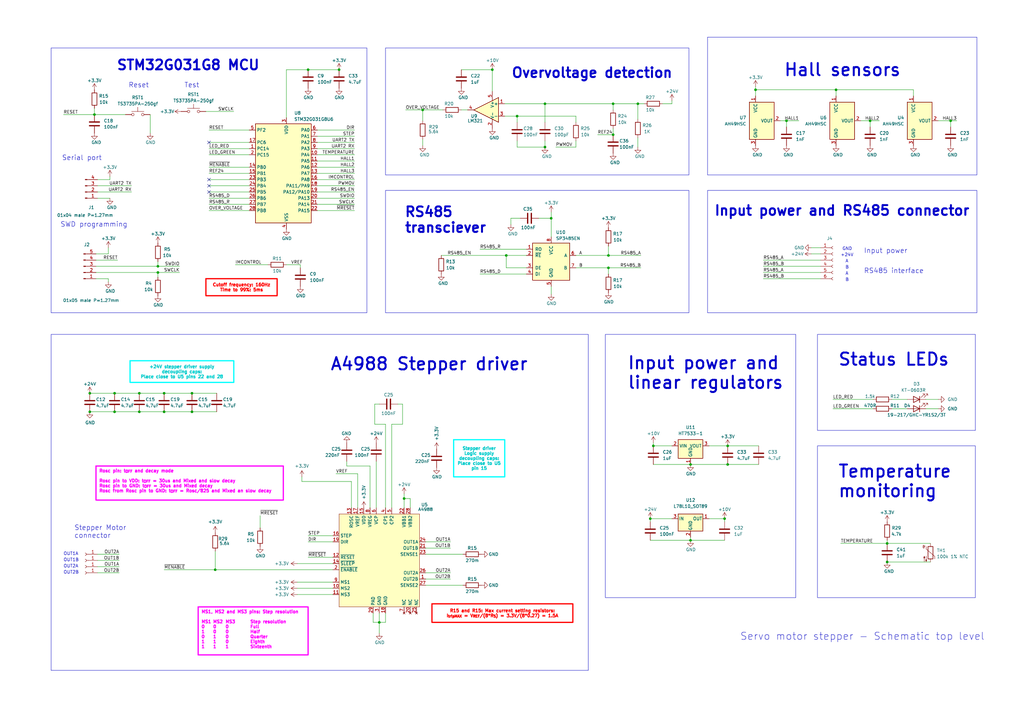
<source format=kicad_sch>
(kicad_sch (version 20230121) (generator eeschema)
  (paper "A3")
  (title_block (title "Servo motor stepper M3 - Schematic top level") (date "2023-12-08") (rev "V4"))
  (junction (at 165.735 204.47))
  (junction (at 57.15 161.29))
  (junction (at 38.735 46.99))
  (junction (at 46.99 161.29))
  (junction (at 389.89 49.53))
  (junction (at 283.21 221.615))
  (junction (at 298.45 182.88))
  (junction (at 88.265 233.68))
  (junction (at 207.645 104.775))
  (junction (at 64.77 111.76))
  (junction (at 173.355 45.085))
  (junction (at 126.365 28.575))
  (junction (at 64.77 109.22))
  (junction (at 67.31 161.29))
  (junction (at 251.46 42.545))
  (junction (at 249.555 109.855))
  (junction (at 46.99 168.91))
  (junction (at 223.52 60.325))
  (junction (at 67.31 168.91))
  (junction (at 139.065 28.575))
  (junction (at 201.93 28.575))
  (junction (at 363.855 230.505))
  (junction (at 78.74 161.29))
  (junction (at 266.7 212.725))
  (junction (at 36.83 168.91))
  (junction (at 223.52 42.545))
  (junction (at 309.88 36.83))
  (junction (at 212.09 47.625))
  (junction (at 298.45 190.5))
  (junction (at 322.58 49.53))
  (junction (at 57.15 168.91))
  (junction (at 261.62 42.545))
  (junction (at 363.855 222.885))
  (junction (at 342.9 36.83))
  (junction (at 297.18 212.725))
  (junction (at 251.46 55.245))
  (junction (at 226.06 89.535))
  (junction (at 283.21 190.5))
  (junction (at 155.575 255.27))
  (junction (at 249.555 104.775))
  (junction (at 36.83 161.29))
  (junction (at 78.74 168.91))
  (junction (at 267.97 182.88))
  (junction (at 356.87 49.53))
  (no_connect (at 85.725 58.42))
  (no_connect (at 85.725 73.66))
  (no_connect (at 85.725 78.74))
  (no_connect (at 85.725 76.2))
  (wire (pts (xy 165.1 165.735) (xy 163.195 165.735)))
  (wire (pts (xy 320.04 49.53) (xy 322.58 49.53)))
  (wire (pts (xy 275.59 42.545) (xy 271.78 42.545)))
  (wire (pts (xy 180.975 104.775) (xy 207.645 104.775)))
  (wire (pts (xy 212.09 47.625) (xy 236.22 47.625)))
  (wire (pts (xy 166.37 45.085) (xy 173.355 45.085)))
  (wire (pts (xy 379.73 163.83) (xy 384.81 163.83)))
  (wire (pts (xy 39.37 109.22) (xy 64.77 109.22)))
  (wire (pts (xy 227.965 60.325) (xy 236.22 60.325)))
  (wire (pts (xy 332.74 104.14) (xy 336.55 104.14)))
  (wire (pts (xy 145.415 71.12) (xy 130.175 71.12)))
  (wire (pts (xy 145.415 78.74) (xy 130.175 78.74)))
  (wire (pts (xy 356.87 49.53) (xy 360.68 49.53)))
  (wire (pts (xy 145.415 63.5) (xy 130.175 63.5)))
  (wire (pts (xy 85.725 81.28) (xy 102.235 81.28)))
  (wire (pts (xy 209.55 89.535) (xy 209.55 92.075)))
  (wire (pts (xy 165.735 204.47) (xy 165.735 208.28)))
  (wire (pts (xy 184.785 224.79) (xy 174.625 224.79)))
  (wire (pts (xy 57.15 161.29) (xy 67.31 161.29)))
  (wire (pts (xy 38.735 46.99) (xy 51.435 46.99)))
  (wire (pts (xy 137.795 194.31) (xy 146.685 194.31)))
  (wire (pts (xy 223.52 60.325) (xy 223.52 57.785)))
  (wire (pts (xy 145.415 53.34) (xy 130.175 53.34)))
  (wire (pts (xy 173.355 45.085) (xy 173.355 49.53)))
  (wire (pts (xy 144.145 197.485) (xy 123.825 197.485)))
  (wire (pts (xy 153.67 173.99) (xy 158.115 173.99)))
  (wire (pts (xy 145.415 76.2) (xy 130.175 76.2)))
  (wire (pts (xy 332.74 101.6) (xy 336.55 101.6)))
  (wire (pts (xy 40.005 78.74) (xy 53.975 78.74)))
  (wire (pts (xy 249.555 100.965) (xy 249.555 104.775)))
  (wire (pts (xy 249.555 104.775) (xy 262.89 104.775)))
  (wire (pts (xy 78.74 168.91) (xy 88.9 168.91)))
  (wire (pts (xy 173.355 45.085) (xy 181.61 45.085)))
  (wire (pts (xy 249.555 109.855) (xy 249.555 112.395)))
  (wire (pts (xy 144.145 208.28) (xy 144.145 197.485)))
  (wire (pts (xy 130.175 58.42) (xy 145.415 58.42)))
  (wire (pts (xy 39.37 104.14) (xy 44.45 104.14)))
  (wire (pts (xy 266.7 212.725) (xy 266.7 213.995)))
  (wire (pts (xy 130.175 60.96) (xy 145.415 60.96)))
  (wire (pts (xy 145.415 68.58) (xy 130.175 68.58)))
  (wire (pts (xy 85.725 76.2) (xy 102.235 76.2)))
  (wire (pts (xy 374.65 39.37) (xy 374.65 36.83)))
  (wire (pts (xy 174.625 240.03) (xy 189.865 240.03)))
  (wire (pts (xy 236.22 109.855) (xy 249.555 109.855)))
  (wire (pts (xy 389.89 49.53) (xy 389.89 52.07)))
  (wire (pts (xy 145.415 55.88) (xy 130.175 55.88)))
  (wire (pts (xy 145.415 73.66) (xy 130.175 73.66)))
  (wire (pts (xy 353.06 49.53) (xy 356.87 49.53)))
  (wire (pts (xy 57.15 168.91) (xy 67.31 168.91)))
  (wire (pts (xy 212.09 47.625) (xy 212.09 50.165)))
  (wire (pts (xy 85.725 58.42) (xy 102.235 58.42)))
  (wire (pts (xy 158.115 173.99) (xy 158.115 208.28)))
  (wire (pts (xy 106.68 211.455) (xy 106.68 216.535)))
  (wire (pts (xy 184.785 237.49) (xy 174.625 237.49)))
  (wire (pts (xy 126.365 219.71) (xy 136.525 219.71)))
  (wire (pts (xy 261.62 56.515) (xy 261.62 60.325)))
  (wire (pts (xy 207.645 104.775) (xy 215.9 104.775)))
  (wire (pts (xy 365.76 163.83) (xy 372.11 163.83)))
  (wire (pts (xy 283.21 221.615) (xy 297.18 221.615)))
  (wire (pts (xy 363.855 222.885) (xy 381.635 222.885)))
  (wire (pts (xy 261.62 42.545) (xy 261.62 48.895)))
  (wire (pts (xy 379.73 167.64) (xy 384.81 167.64)))
  (wire (pts (xy 165.735 202.565) (xy 165.735 204.47)))
  (wire (pts (xy 155.575 165.735) (xy 153.67 165.735)))
  (wire (pts (xy 313.055 109.22) (xy 336.55 109.22)))
  (wire (pts (xy 313.055 106.68) (xy 336.55 106.68)))
  (wire (pts (xy 196.85 102.235) (xy 215.9 102.235)))
  (wire (pts (xy 121.92 241.3) (xy 136.525 241.3)))
  (wire (pts (xy 212.09 57.785) (xy 212.09 60.325)))
  (wire (pts (xy 123.19 108.585) (xy 123.19 109.855)))
  (wire (pts (xy 226.06 89.535) (xy 226.06 97.155)))
  (wire (pts (xy 121.92 243.84) (xy 136.525 243.84)))
  (wire (pts (xy 168.275 204.47) (xy 165.735 204.47)))
  (wire (pts (xy 126.365 222.25) (xy 136.525 222.25)))
  (wire (pts (xy 160.655 173.99) (xy 165.1 173.99)))
  (wire (pts (xy 298.45 190.5) (xy 311.15 190.5)))
  (wire (pts (xy 154.305 189.23) (xy 154.305 208.28)))
  (wire (pts (xy 48.895 229.87) (xy 40.005 229.87)))
  (wire (pts (xy 40.005 73.66) (xy 45.085 73.66)))
  (wire (pts (xy 184.785 222.25) (xy 174.625 222.25)))
  (wire (pts (xy 121.92 231.14) (xy 136.525 231.14)))
  (wire (pts (xy 117.475 108.585) (xy 123.19 108.585)))
  (wire (pts (xy 145.415 81.28) (xy 130.175 81.28)))
  (wire (pts (xy 363.855 230.505) (xy 381.635 230.505)))
  (wire (pts (xy 40.005 81.28) (xy 45.085 81.28)))
  (wire (pts (xy 36.83 161.29) (xy 46.99 161.29)))
  (wire (pts (xy 267.97 181.61) (xy 267.97 182.88)))
  (wire (pts (xy 207.645 109.855) (xy 215.9 109.855)))
  (wire (pts (xy 85.725 73.66) (xy 102.235 73.66)))
  (wire (pts (xy 226.06 86.995) (xy 226.06 89.535)))
  (wire (pts (xy 145.415 66.04) (xy 130.175 66.04)))
  (wire (pts (xy 64.77 107.315) (xy 64.77 109.22)))
  (wire (pts (xy 207.01 42.545) (xy 223.52 42.545)))
  (wire (pts (xy 38.735 44.45) (xy 38.735 46.99)))
  (wire (pts (xy 142.24 191.135) (xy 142.24 189.23)))
  (wire (pts (xy 275.59 212.725) (xy 266.7 212.725)))
  (wire (pts (xy 389.89 49.53) (xy 392.43 49.53)))
  (wire (pts (xy 267.97 182.88) (xy 275.59 182.88)))
  (wire (pts (xy 363.855 221.615) (xy 363.855 222.885)))
  (wire (pts (xy 223.52 50.165) (xy 223.52 42.545)))
  (wire (pts (xy 173.355 57.15) (xy 173.355 59.69)))
  (wire (pts (xy 44.45 114.3) (xy 44.45 115.57)))
  (wire (pts (xy 64.77 111.76) (xy 73.66 111.76)))
  (wire (pts (xy 85.725 78.74) (xy 102.235 78.74)))
  (wire (pts (xy 261.62 42.545) (xy 264.16 42.545)))
  (wire (pts (xy 220.98 89.535) (xy 226.06 89.535)))
  (wire (pts (xy 168.275 208.28) (xy 168.275 204.47)))
  (wire (pts (xy 158.115 251.46) (xy 158.115 255.27)))
  (wire (pts (xy 39.37 106.68) (xy 48.26 106.68)))
  (wire (pts (xy 207.01 47.625) (xy 212.09 47.625)))
  (wire (pts (xy 297.18 212.725) (xy 297.18 213.995)))
  (wire (pts (xy 226.06 120.65) (xy 226.06 117.475)))
  (wire (pts (xy 85.725 63.5) (xy 102.235 63.5)))
  (wire (pts (xy 313.055 114.3) (xy 336.55 114.3)))
  (wire (pts (xy 298.45 182.88) (xy 311.15 182.88)))
  (wire (pts (xy 155.575 251.46) (xy 155.575 255.27)))
  (wire (pts (xy 322.58 49.53) (xy 322.58 52.07)))
  (wire (pts (xy 174.625 227.33) (xy 189.865 227.33)))
  (wire (pts (xy 126.365 228.6) (xy 136.525 228.6)))
  (wire (pts (xy 61.595 46.99) (xy 61.595 54.61)))
  (wire (pts (xy 85.725 68.58) (xy 102.235 68.58)))
  (wire (pts (xy 39.37 111.76) (xy 64.77 111.76)))
  (wire (pts (xy 153.035 255.27) (xy 155.575 255.27)))
  (wire (pts (xy 96.52 108.585) (xy 109.855 108.585)))
  (wire (pts (xy 85.725 86.36) (xy 102.235 86.36)))
  (wire (pts (xy 283.21 190.5) (xy 298.45 190.5)))
  (wire (pts (xy 213.36 89.535) (xy 209.55 89.535)))
  (wire (pts (xy 26.035 46.99) (xy 38.735 46.99)))
  (wire (pts (xy 344.805 222.885) (xy 363.855 222.885)))
  (wire (pts (xy 155.575 255.27) (xy 155.575 259.715)))
  (wire (pts (xy 123.825 195.58) (xy 123.825 197.485)))
  (wire (pts (xy 236.22 47.625) (xy 236.22 50.165)))
  (wire (pts (xy 88.265 233.68) (xy 88.265 226.06)))
  (wire (pts (xy 212.09 60.325) (xy 223.52 60.325)))
  (wire (pts (xy 78.74 161.29) (xy 88.9 161.29)))
  (wire (pts (xy 85.725 71.12) (xy 102.235 71.12)))
  (wire (pts (xy 64.77 113.665) (xy 64.77 111.76)))
  (wire (pts (xy 290.83 212.725) (xy 297.18 212.725)))
  (wire (pts (xy 48.895 234.95) (xy 40.005 234.95)))
  (wire (pts (xy 342.9 39.37) (xy 342.9 36.83)))
  (wire (pts (xy 374.65 36.83) (xy 342.9 36.83)))
  (wire (pts (xy 44.45 104.14) (xy 44.45 101.6)))
  (wire (pts (xy 249.555 109.855) (xy 262.89 109.855)))
  (wire (pts (xy 117.475 48.26) (xy 117.475 28.575)))
  (wire (pts (xy 207.645 104.775) (xy 207.645 109.855)))
  (wire (pts (xy 322.58 49.53) (xy 327.66 49.53)))
  (wire (pts (xy 40.005 76.2) (xy 53.975 76.2)))
  (wire (pts (xy 165.1 173.99) (xy 165.1 165.735)))
  (wire (pts (xy 64.77 109.22) (xy 73.66 109.22)))
  (wire (pts (xy 151.765 191.135) (xy 151.765 208.28)))
  (wire (pts (xy 189.23 45.085) (xy 191.77 45.085)))
  (wire (pts (xy 189.23 28.575) (xy 201.93 28.575)))
  (wire (pts (xy 85.725 60.96) (xy 102.235 60.96)))
  (wire (pts (xy 158.115 255.27) (xy 155.575 255.27)))
  (wire (pts (xy 126.365 28.575) (xy 139.065 28.575)))
  (wire (pts (xy 67.31 168.91) (xy 78.74 168.91)))
  (wire (pts (xy 313.055 111.76) (xy 336.55 111.76)))
  (wire (pts (xy 84.455 45.72) (xy 95.885 45.72)))
  (wire (pts (xy 223.52 42.545) (xy 251.46 42.545)))
  (wire (pts (xy 160.655 208.28) (xy 160.655 173.99)))
  (wire (pts (xy 153.67 165.735) (xy 153.67 173.99)))
  (wire (pts (xy 136.525 233.68) (xy 88.265 233.68)))
  (wire (pts (xy 46.99 168.91) (xy 57.15 168.91)))
  (wire (pts (xy 309.88 35.56) (xy 309.88 36.83)))
  (wire (pts (xy 236.22 57.785) (xy 236.22 60.325)))
  (wire (pts (xy 275.59 41.275) (xy 275.59 42.545)))
  (wire (pts (xy 36.83 168.91) (xy 46.99 168.91)))
  (wire (pts (xy 39.37 114.3) (xy 44.45 114.3)))
  (wire (pts (xy 283.21 220.345) (xy 283.21 221.615)))
  (wire (pts (xy 341.63 167.64) (xy 358.14 167.64)))
  (wire (pts (xy 45.085 73.66) (xy 45.085 72.39)))
  (wire (pts (xy 251.46 42.545) (xy 261.62 42.545)))
  (wire (pts (xy 236.22 104.775) (xy 249.555 104.775)))
  (wire (pts (xy 290.83 182.88) (xy 298.45 182.88)))
  (wire (pts (xy 48.895 232.41) (xy 40.005 232.41)))
  (wire (pts (xy 146.685 208.28) (xy 146.685 194.31)))
  (wire (pts (xy 251.46 42.545) (xy 251.46 45.085)))
  (wire (pts (xy 48.895 227.33) (xy 40.005 227.33)))
  (wire (pts (xy 201.93 28.575) (xy 201.93 37.465)))
  (wire (pts (xy 266.7 221.615) (xy 283.21 221.615)))
  (wire (pts (xy 184.785 234.95) (xy 174.625 234.95)))
  (wire (pts (xy 365.76 167.64) (xy 372.11 167.64)))
  (wire (pts (xy 251.46 52.705) (xy 251.46 55.245)))
  (wire (pts (xy 342.9 36.83) (xy 309.88 36.83)))
  (wire (pts (xy 309.88 36.83) (xy 309.88 39.37)))
  (wire (pts (xy 384.81 49.53) (xy 389.89 49.53)))
  (wire (pts (xy 145.415 86.36) (xy 130.175 86.36)))
  (wire (pts (xy 85.725 83.82) (xy 102.235 83.82)))
  (wire (pts (xy 356.87 49.53) (xy 356.87 52.07)))
  (wire (pts (xy 267.97 190.5) (xy 283.21 190.5)))
  (wire (pts (xy 245.11 55.245) (xy 251.46 55.245)))
  (wire (pts (xy 67.31 233.68) (xy 88.265 233.68)))
  (wire (pts (xy 142.24 191.135) (xy 151.765 191.135)))
  (wire (pts (xy 85.725 53.34) (xy 102.235 53.34)))
  (wire (pts (xy 117.475 28.575) (xy 126.365 28.575)))
  (wire (pts (xy 136.525 238.76) (xy 121.92 238.76)))
  (wire (pts (xy 46.99 161.29) (xy 57.15 161.29)))
  (wire (pts (xy 153.035 251.46) (xy 153.035 255.27)))
  (wire (pts (xy 341.63 163.83) (xy 358.14 163.83)))
  (wire (pts (xy 196.85 112.395) (xy 215.9 112.395)))
  (wire (pts (xy 67.31 161.29) (xy 78.74 161.29)))
  (wire (pts (xy 145.415 83.82) (xy 130.175 83.82)))
  (rectangle (start 248.285 137.16) (end 326.39 245.11))
  (rectangle (start 335.28 137.16) (end 400.05 176.53))
  (rectangle (start 20.955 137.16) (end 241.3 274.955))
  (rectangle (start 158.115 19.685) (end 282.575 71.755))
  (rectangle (start 290.195 15.24) (end 400.685 71.755))
  (rectangle (start 20.955 19.685) (end 150.495 128.27))
  (rectangle (start 158.115 78.105) (end 282.575 128.27))
  (rectangle (start 335.28 182.88) (end 400.05 245.11))
  (rectangle (start 290.195 78.105) (end 400.685 128.27))
  (text_box "Cutoff frequency: 160Hz\nTime to 99%: 5ms \n" (at 84.455 114.3 0) (size 29.21 6.985) (stroke (width 0.5) (color 255 0 0 1)) (effects (font (size 1.27 1.27) (thickness 0.4) bold)))
  (text_box "Stepper driver Logic supply \ndecoupling caps:\nPlace close to ${5a98f4ac-079c-4c0e-8aed-795619cc42de:REFERENCE} pin 15" (at 186.055 180.34 0) (size 20.955 15.24) (stroke (width 0.5) (color 0 255 255 1)) (effects (font (size 1.27 1.27) (thickness 0.4) bold)))
  (text_box "+24V stepper driver supply \ndecoupling caps:\nPlace close to ${5a98f4ac-079c-4c0e-8aed-795619cc42de:REFERENCE} pins 22 and 28" (at 53.34 147.955 0) (size 42.545 8.89) (stroke (width 0.5) (color 0 255 255 1)) (effects (font (size 1.27 1.27) (thickness 0.4) bold)))
  (text_box "MS1, MS2 and MS3 pins: Step resolution\n\nMS1	MS2	MS3		Step resolution\n0	0	0		Full\n1	0	0		Half\n0	1	0		Quarter\n1	1	0		Eighth\n1	1	1		Sixteenth\n" (at 81.28 248.92 0) (size 45.085 19.685) (stroke (width 0.5) (color 255 0 255 1)) (effects (font (size 1.27 1.27) (thickness 0.4) bold) (justify left top)))
  (text_box "${94df9340-9001-4abf-849e-0a57a0ae12d6:REFERENCE} and ${c2765680-53cb-47ff-a513-50fbdfe64cd0:REFERENCE}: Max current setting resistors:\nI_{tripMAX} = V_{REF}/(8*R_{S}) = 3.3V/(8*0.27) = 1.5A \n" (at 177.165 247.65 0) (size 57.785 7.62) (stroke (width 0.5) (color 255 0 0 1)) (effects (font (size 1.27 1.27) (thickness 0.4) bold)))
  (text_box "Rosc pin: t_{OFF} and decay mode\n\nRosc pin to VDD: t_{OFF} = 30us and Mixed and slow decay\nRosc pin to GND: t_{OFF} = 30us and Mixed decay\nRosc from Rosc pin to GND: t_{OFF} = Rosc/825 and Mixed an slow decay\n" (at 39.37 191.135 0) (size 76.835 13.97) (stroke (width 0.5) (color 255 0 255 1)) (effects (font (size 1.27 1.27) (thickness 0.4) bold) (justify left top)))
  (text "Reset" (at 52.705 36.195 0) (effects (font (size 2 2)) (justify left bottom)))
  (text "Test" (at 75.565 36.195 0) (effects (font (size 2 2)) (justify left bottom)))
  (text "B" (at 346.71 115.57 0) (effects (font (size 1.27 1.27)) (justify left bottom)))
  (text "+24V" (at 344.805 105.41 0) (effects (font (size 1.27 1.27)) (justify left bottom)))
  (text "SWD programming" (at 24.765 93.345 0) (effects (font (size 2 2)) (justify left bottom)))
  (text "Serial port" (at 25.4 66.04 0) (effects (font (size 2 2)) (justify left bottom)))
  (text "GND" (at 345.44 102.87 0) (effects (font (size 1.27 1.27)) (justify left bottom)))
  (text "RS485\ntransciever" (at 165.735 95.885 0) (effects (font (size 4 4) (thickness 0.8) bold) (justify left bottom)))
  (text "Input power" (at 354.33 104.14 0) (effects (font (size 2 2)) (justify left bottom)))
  (text "B" (at 346.71 110.49 0) (effects (font (size 1.27 1.27)) (justify left bottom)))
  (text "OUT2B" (at 26.035 235.585 0) (effects (font (size 1.27 1.27)) (justify left bottom)))
  (text "Status LEDs" (at 343.535 150.495 0) (effects (font (size 5 5) (thickness 0.8) bold) (justify left bottom)))
  (text "Overvoltage detection" (at 209.55 32.385 0) (effects (font (size 4 4) (thickness 0.8) bold) (justify left bottom)))
  (text "Input power and\nlinear regulators" (at 257.175 160.02 0) (effects (font (size 5 5) (thickness 0.8) bold) (justify left bottom)))
  (text "A" (at 346.71 107.95 0) (effects (font (size 1.27 1.27)) (justify left bottom)))
  (text "Input power and RS485 connector" (at 292.735 88.9 0) (effects (font (size 4 4) (thickness 0.8) bold) (justify left bottom)))
  (text "A" (at 346.71 113.03 0) (effects (font (size 1.27 1.27)) (justify left bottom)))
  (text "RS485 interface" (at 354.33 112.395 0) (effects (font (size 2 2)) (justify left bottom)))
  (text "Temperature\nmonitoring" (at 343.535 204.47 0) (effects (font (size 5 5) (thickness 0.8) bold) (justify left bottom)))
  (text "OUT1A" (at 26.035 227.965 0) (effects (font (size 1.27 1.27)) (justify left bottom)))
  (text "Servo motor stepper - Schematic top level" (at 303.53 262.89 0) (effects (font (size 3 3)) (justify left bottom)))
  (text "STM32G031G8 MCU" (at 47.625 29.21 0) (effects (font (size 4 4) (thickness 0.8) bold) (justify left bottom)))
  (text "OUT2A" (at 26.035 233.045 0) (effects (font (size 1.27 1.27)) (justify left bottom)))
  (text "OUT1B" (at 26.035 230.505 0) (effects (font (size 1.27 1.27)) (justify left bottom)))
  (text "A4988 Stepper driver" (at 135.255 152.4 0) (effects (font (size 5 5) (thickness 0.8) bold) (justify left bottom)))
  (text "Hall sensors" (at 321.31 31.75 0) (effects (font (size 5 5) (thickness 0.8) bold) (justify left bottom)))
  (text "Stepper Motor\nconnector" (at 30.48 220.98 0) (effects (font (size 2 2)) (justify left bottom)))
  (label "DIR" (at 126.365 222.25 0))
  (label "RESET" (at 48.26 106.68 180))
  (label "OUT1A" (at 184.785 222.25 180))
  (label "RS485_EN" (at 145.415 78.74 180))
  (label "~{MENABLE}" (at 85.725 68.58 0))
  (label "SWCLK" (at 73.66 111.76 180))
  (label "OVER_VOLTAGE" (at 85.725 86.36 0))
  (label "HALL2" (at 360.68 49.53 180))
  (label "OUT2A" (at 184.785 234.95 180))
  (label "REF24" (at 245.11 55.245 0))
  (label "RS485_R" (at 196.85 102.235 0))
  (label "RS485_EN" (at 183.515 104.775 0))
  (label "DIR" (at 145.415 53.34 180))
  (label "OUT2B" (at 184.785 237.49 180))
  (label "OUT2B" (at 48.895 234.95 180))
  (label "LED_GREEN" (at 85.725 63.5 0))
  (label "~{MENABLE}" (at 67.31 233.68 0))
  (label "RS485_B" (at 313.055 109.22 0))
  (label "SWCLK" (at 145.415 83.82 180))
  (label "STEP" (at 126.365 219.71 0))
  (label "RS485_A" (at 313.055 106.68 0))
  (label "OUT1A" (at 48.895 232.41 180))
  (label "PWMOV" (at 227.965 60.325 0))
  (label "UART2 RX" (at 53.975 78.74 180))
  (label "OUT1B" (at 48.895 229.87 180))
  (label "B" (at 237.49 109.855 0))
  (label "RESET" (at 26.035 46.99 0))
  (label "PWMOV" (at 145.415 76.2 180))
  (label "RS485_A" (at 313.055 111.76 0))
  (label "RS485_A" (at 262.89 104.775 180))
  (label "HALL2" (at 145.415 68.58 180))
  (label "LED_RED" (at 85.725 60.96 0))
  (label "RESET" (at 85.725 53.34 0))
  (label "OVER_VOLTAGE" (at 166.37 45.085 0))
  (label "VREF" (at 119.38 108.585 0))
  (label "RS485_B" (at 313.055 114.3 0))
  (label "RS485_D" (at 196.85 112.395 0))
  (label "HALL3" (at 145.415 71.12 180))
  (label "LED_RED" (at 341.63 163.83 0))
  (label "LED_GREEN" (at 341.63 167.64 0))
  (label "SWCLK" (at 95.885 45.72 180))
  (label "~{MRESET}" (at 145.415 86.36 180))
  (label "REF24" (at 85.725 71.12 0))
  (label "IMCONTROL" (at 145.415 73.66 180))
  (label "RS485_R" (at 85.725 83.82 0))
  (label "UART2 TX" (at 145.415 58.42 180))
  (label "~{MRESET}" (at 106.68 211.455 0))
  (label "SWDIO" (at 73.66 109.22 180))
  (label "UART2 TX" (at 53.975 76.2 180))
  (label "HALL1" (at 145.415 66.04 180))
  (label "TEMPERATURE" (at 344.805 222.885 0))
  (label "VREF" (at 137.795 194.31 0))
  (label "A" (at 237.49 104.775 0))
  (label "RS485_B" (at 262.89 109.855 180))
  (label "HALL3" (at 392.43 49.53 180))
  (label "UART2 RX" (at 145.415 60.96 180))
  (label "TEMPERATURE" (at 145.415 63.5 180))
  (label "OUT2A" (at 48.895 227.33 180))
  (label "~{MRESET}" (at 126.365 228.6 0))
  (label "IMCONTROL" (at 96.52 108.585 0))
  (label "SWDIO" (at 145.415 81.28 180))
  (label "HALL1" (at 327.66 49.53 180))
  (label "STEP" (at 145.415 55.88 180))
  (label "OUT1B" (at 184.785 224.79 180))
  (label "RS485_D" (at 85.725 81.28 0))
  (symbol (lib_id "power:GND") (at 363.855 230.505 0) (unit 1)
    (property "Reference" "#PWR071" (effects hide))
    (property "Value" "GND" (at 362.585 234.315 0) (effects (justify left)))
  )
  (symbol (lib_id "power:+3.3V") (at 309.88 35.56 0) (unit 1)
    (property "Reference" "#PWR028" (effects hide))
    (property "Value" "+3.3V" (at 309.88 31.75 0))
  )
  (symbol (lib_id "power:+3.3V") (at 226.06 86.995 0) (unit 1)
    (property "Reference" "#PWR033" (effects hide))
    (property "Value" "+3.3V" (at 226.06 83.185 0))
  )
  (symbol (lib_id "power:GND") (at 356.87 59.69 0) (unit 1)
    (property "Reference" "#PWR0105" (effects hide))
    (property "Value" "GND" (at 355.6 63.5 0) (effects (justify left)))
  )
  (symbol (lib_id "Device:C") (at 38.735 50.8 0) (unit 1)
    (property "Reference" "C18" (at 42.545 49.5299 0) (effects (justify left)))
    (property "Value" "100nF" (at 42.545 52.0699 0) (effects (justify left)))
    (property "Footprint" "Capacitor_SMD:C_0603_1608Metric" (effects hide))
    (property "LCSC" "C14663" (effects hide))
  )
  (symbol (lib_id "power:+3.3V") (at 139.065 28.575 0) (unit 1)
    (property "Reference" "#PWR025" (effects hide))
    (property "Value" "+3.3V" (at 139.065 24.765 0))
  )
  (symbol (lib_id "power:+3.3V") (at 298.45 182.88 0) (unit 1)
    (property "Reference" "#PWR060" (effects hide))
    (property "Value" "+3.3V" (at 298.45 179.07 0))
  )
  (symbol (lib_id "Sensor_Magnetic:A1101ELHL") (at 312.42 49.53 0) (unit 1)
    (property "Reference" "U7" (at 306.07 48.2599 0) (effects (justify right)))
    (property "Value" "AH49HSC" (at 306.07 50.7999 0) (effects (justify right)))
    (property "Footprint" "Package_TO_SOT_SMD:SOT-23" (effects hide))
    (property "Sim.Enable" "0" (effects hide))
    (property "LCSC" "C510723" (effects hide))
  )
  (symbol (lib_id "power:GND") (at 322.58 59.69 0) (unit 1)
    (property "Reference" "#PWR0110" (effects hide))
    (property "Value" "GND" (at 321.31 63.5 0) (effects (justify left)))
  )
  (symbol (lib_id "power:GND") (at 309.88 59.69 0) (unit 1)
    (property "Reference" "#PWR0108" (effects hide))
    (property "Value" "GND" (at 308.61 63.5 0) (effects (justify left)))
  )
  (symbol (lib_id "power:GND") (at 384.81 163.83 90) (unit 1)
    (property "Reference" "#PWR030" (effects hide))
    (property "Value" "GND" (at 388.62 163.8299 90) (effects (justify right)))
  )
  (symbol (lib_id "Device:R") (at 113.665 108.585 90) (unit 1)
    (property "Reference" "R11" (at 113.665 106.045 90))
    (property "Value" "10k" (at 113.665 111.125 90))
    (property "Footprint" "Resistor_SMD:R_0402_1005Metric" (effects hide))
    (property "LCSC" "C25744" (effects hide))
  )
  (symbol (lib_id "Sensor_Magnetic:A1101ELHL") (at 377.19 49.53 0) (unit 1)
    (property "Reference" "U4" (at 370.84 48.2599 0) (effects (justify right)))
    (property "Value" "AH49HSC" (at 370.84 50.7999 0) (effects (justify right)))
    (property "Footprint" "Package_TO_SOT_SMD:SOT-23" (effects hide))
    (property "Sim.Enable" "0" (effects hide))
    (property "LCSC" "C510723" (effects hide))
  )
  (symbol (lib_id "power:GND") (at 123.19 117.475 0) (unit 1)
    (property "Reference" "#PWR026" (effects hide))
    (property "Value" "GND" (at 121.285 121.285 0) (effects (justify left)))
  )
  (symbol (lib_id "power:+3.3V") (at 38.735 36.83 0) (unit 1)
    (property "Reference" "#PWR035" (effects hide))
    (property "Value" "+3.3V" (at 38.735 33.02 0))
  )
  (symbol (lib_id "power:GND") (at 249.555 120.015 0) (unit 1)
    (property "Reference" "#PWR034" (effects hide))
    (property "Value" "GND" (at 247.65 123.825 0) (effects (justify left)))
  )
  (symbol (lib_id "power:GND") (at 283.21 221.615 0) (unit 1)
    (property "Reference" "#PWR055" (effects hide))
    (property "Value" "GND" (at 281.305 225.425 0) (effects (justify left)))
  )
  (symbol (lib_id "power:GND") (at 64.77 121.285 0) (unit 1)
    (property "Reference" "#PWR09" (effects hide))
    (property "Value" "GND" (at 62.865 125.095 0) (effects (justify left)))
  )
  (symbol (lib_id "power:GND") (at 223.52 60.325 0) (unit 1)
    (property "Reference" "#PWR058" (effects hide))
    (property "Value" "GND" (at 222.25 64.135 0) (effects (justify left)))
  )
  (symbol (lib_id "power:+3.3V") (at 149.225 208.28 0) (unit 1)
    (property "Reference" "#PWR033" (effects hide))
    (property "Value" "+3.3V" (at 149.225 201.93 90))
  )
  (symbol (lib_id "power:+3.3V") (at 121.92 241.3 90) (unit 1)
    (property "Reference" "#PWR033" (effects hide))
    (property "Value" "+3.3V" (at 115.57 241.3 90))
  )
  (symbol (lib_id "Device:R") (at 106.68 220.345 180) (unit 1)
    (property "Reference" "R5" (at 102.87 219.075 0))
    (property "Value" "10k" (at 102.87 221.615 0))
    (property "Footprint" "Resistor_SMD:R_0402_1005Metric" (effects hide))
    (property "LCSC" "C25744" (effects hide))
  )
  (symbol (lib_id "power:GND") (at 189.23 36.195 0) (unit 1)
    (property "Reference" "#PWR044" (effects hide))
    (property "Value" "GND" (at 187.96 40.005 0) (effects (justify left)))
  )
  (symbol (lib_id "Device:R") (at 249.555 116.205 180) (unit 1)
    (property "Reference" "R17" (at 253.365 114.935 0))
    (property "Value" "10k" (at 253.365 117.475 0))
    (property "Footprint" "Resistor_SMD:R_0402_1005Metric" (effects hide))
    (property "LCSC" "C25744" (effects hide))
  )
  (symbol (lib_id "power:+24V") (at 266.7 212.725 0) (unit 1)
    (property "Reference" "#PWR047" (effects hide))
    (property "Value" "+24V" (at 266.7 208.915 0))
  )
  (symbol (lib_name "L78L10_SOT89_1") (lib_id "Regulator_Linear:L78L10_SOT89") (at 283.21 212.725 0) (unit 1)
    (property "Reference" "U12" (at 283.21 205.105 0))
    (property "Value" "L78L10_SOT89" (at 283.21 207.645 0))
    (property "Footprint" "Package_TO_SOT_SMD:SOT-89-3" (effects hide))
    (property "Datasheet" "http://www.st.com/content/ccc/resource/technical/document/datasheet/15/55/e5/aa/23/5b/43/fd/CD00000446.pdf/files/CD00000446.pdf/jcr:content/translations/en.CD00000446.pdf" (effects hide))
    (property "LCSC" "C122848" (effects hide))
    (property "Sim.Enable" "0" (effects hide))
  )
  (symbol (lib_id "Device:LED") (at 375.92 167.64 180) (unit 1)
    (property "Reference" "D4" (at 372.11 166.37 0))
    (property "Value" "19-217/GHC-YR1S2/3T" (at 375.92 170.18 0))
    (property "Footprint" "LED_SMD:LED_0603_1608Metric" (effects hide))
    (property "Sim.Enable" "0" (effects hide))
    (property "LCSC" "C72043" (effects hide))
  )
  (symbol (lib_id "power:GND") (at 44.45 115.57 0) (unit 1)
    (property "Reference" "#PWR05" (effects hide))
    (property "Value" "GND" (at 43.18 119.38 0) (effects (justify left)))
  )
  (symbol (lib_id "Device:C") (at 189.23 32.385 0) (unit 1)
    (property "Reference" "C22" (at 193.04 31.1149 0) (effects (justify left)))
    (property "Value" "1uF" (at 193.04 33.6549 0) (effects (justify left)))
    (property "Footprint" "Capacitor_SMD:C_0603_1608Metric" (effects hide))
    (property "LCSC" "C15849" (effects hide))
  )
  (symbol (lib_id "power:GND") (at 173.355 59.69 0) (unit 1)
    (property "Reference" "#PWR051" (effects hide))
    (property "Value" "GND" (at 172.085 63.5 0) (effects (justify left)))
  )
  (symbol (lib_id "power:GND") (at 117.475 93.98 0) (unit 1)
    (property "Reference" "#PWR026" (effects hide))
    (property "Value" "GND" (at 115.57 97.79 0) (effects (justify left)))
  )
  (symbol (lib_id "Device:R") (at 173.355 53.34 180) (unit 1)
    (property "Reference" "R29" (at 177.8 52.07 0))
    (property "Value" "5.6k" (at 177.8 53.975 0))
    (property "Footprint" "Resistor_SMD:R_0402_1005Metric" (effects hide))
    (property "LCSC" "C25908" (effects hide))
  )
  (symbol (lib_id "power:GND") (at 139.065 36.195 0) (unit 1)
    (property "Reference" "#PWR026" (effects hide))
    (property "Value" "GND" (at 137.16 40.005 0) (effects (justify left)))
  )
  (symbol (lib_id "servo_motor:A4988") (at 155.575 231.14 0) (unit 1)
    (property "Reference" "U5" (at 172.72 207.01 0) (effects (justify left)))
    (property "Value" "A4988" (at 171.45 208.915 0) (effects (justify left)))
    (property "Footprint" "servo_motor:QFN-28-1EP_5x5mm_P0.5mm_EP3.75x3.75mm_ThermalVias_0.3mm" (effects hide))
    (property "Sim.Enable" "0" (effects hide))
    (property "LCSC" "C38437" (effects hide))
  )
  (symbol (lib_id "Regulator_Linear:HT75xx-1-SOT89") (at 283.21 185.42 0) (unit 1)
    (property "Reference" "U11" (at 283.21 175.26 0))
    (property "Value" "HT7533-1" (at 283.21 177.8 0))
    (property "Footprint" "Package_TO_SOT_SMD:SOT-89-3" (effects hide))
    (property "Sim.Enable" "0" (effects hide))
    (property "LCSC" "C14289" (effects hide))
  )
  (symbol (lib_id "power:+3.3V") (at 121.92 238.76 90) (unit 1)
    (property "Reference" "#PWR033" (effects hide))
    (property "Value" "+3.3V" (at 115.57 238.76 90))
  )
  (symbol (lib_id "Device:C") (at 311.15 186.69 0) (unit 1)
    (property "Reference" "C33" (at 314.96 185.4199 0) (effects (justify left)))
    (property "Value" "4.7uF" (at 314.96 187.9599 0) (effects (justify left)))
    (property "Footprint" "Capacitor_SMD:C_0805_2012Metric" (effects hide))
    (property "LCSC" "C1779" (effects hide))
  )
  (symbol (lib_id "Device:R") (at 361.95 167.64 90) (unit 1)
    (property "Reference" "R11" (at 367.03 166.37 90))
    (property "Value" "470R" (at 356.87 166.37 90))
    (property "Footprint" "Resistor_SMD:R_0402_1005Metric" (effects hide))
    (property "LCSC" "C25117" (effects hide))
  )
  (symbol (lib_id "power:GND") (at 38.735 54.61 0) (unit 1)
    (property "Reference" "#PWR036" (effects hide))
    (property "Value" "GND" (at 37.465 58.42 0) (effects (justify left)))
  )
  (symbol (lib_id "Device:C") (at 179.07 187.96 0) (unit 1)
    (property "Reference" "C25" (at 172.72 186.69 0) (effects (justify left)))
    (property "Value" "220nF" (at 170.18 189.23 0) (effects (justify left)))
    (property "Footprint" "Capacitor_SMD:C_0603_1608Metric" (effects hide))
    (property "LCSC" "C21120" (effects hide))
  )
  (symbol (lib_id "power:GND") (at 61.595 54.61 0) (unit 1)
    (property "Reference" "#PWR039" (effects hide))
    (property "Value" "GND" (at 59.69 58.42 0) (effects (justify left)))
  )
  (symbol (lib_id "power:GND") (at 197.485 240.03 90) (unit 1)
    (property "Reference" "#PWR055" (effects hide))
    (property "Value" "GND" (at 204.47 240.03 90) (effects (justify left)))
  )
  (symbol (lib_id "power:GND") (at 126.365 36.195 0) (unit 1)
    (property "Reference" "#PWR026" (effects hide))
    (property "Value" "GND" (at 124.46 40.005 0) (effects (justify left)))
  )
  (symbol (lib_id "Connector:Conn_01x01_Socket") (at 34.925 234.95 180) (unit 1) (in_bom no)
    (property "Reference" "J8" (effects hide))
    (property "Value" "Conn_01x01_Socket" (effects hide))
    (property "Footprint" "servo_motor:Pad_3mm_TopOnly" (effects hide))
  )
  (symbol (lib_id "Device:C") (at 36.83 165.1 0) (unit 1)
    (property "Reference" "C12" (at 39.37 163.83 0) (effects (justify left)))
    (property "Value" "4.7uF" (at 39.37 166.37 0) (effects (justify left)))
    (property "Footprint" "Capacitor_SMD:C_0805_2012Metric" (effects hide))
    (property "LCSC" "C1779" (effects hide))
  )
  (symbol (lib_id "Device:C") (at 154.305 185.42 0) (unit 1)
    (property "Reference" "C25" (at 147.955 184.15 0) (effects (justify left)))
    (property "Value" "100nF" (at 145.415 186.69 0) (effects (justify left)))
    (property "Footprint" "Capacitor_SMD:C_0603_1608Metric" (effects hide))
    (property "LCSC" "C14663" (effects hide))
  )
  (symbol (lib_id "power:GND") (at 36.83 168.91 0) (unit 1)
    (property "Reference" "#PWR032" (effects hide))
    (property "Value" "GND" (at 34.925 173.355 0) (effects (justify left)))
  )
  (symbol (lib_id "Device:C") (at 251.46 59.055 0) (unit 1)
    (property "Reference" "C36" (at 254 57.785 0) (effects (justify left)))
    (property "Value" "100nF" (at 254 60.325 0) (effects (justify left)))
    (property "Footprint" "Capacitor_SMD:C_0603_1608Metric" (effects hide))
    (property "LCSC" "C14663" (effects hide))
  )
  (symbol (lib_id "Device:R") (at 88.265 222.25 180) (unit 1)
    (property "Reference" "R29" (at 91.44 220.98 0))
    (property "Value" "5.6k" (at 92.075 222.885 0))
    (property "Footprint" "Resistor_SMD:R_0402_1005Metric" (effects hide))
    (property "LCSC" "C25908" (effects hide))
  )
  (symbol (lib_id "power:GND") (at 142.24 181.61 180) (unit 1)
    (property "Reference" "#PWR055" (effects hide))
    (property "Value" "GND" (at 144.145 177.8 0) (effects (justify left)))
  )
  (symbol (lib_id "power:GND") (at 155.575 259.715 0) (unit 1)
    (property "Reference" "#PWR055" (effects hide))
    (property "Value" "GND" (at 153.67 263.525 0) (effects (justify left)))
  )
  (symbol (lib_id "Device:C") (at 217.17 89.535 90) (unit 1)
    (property "Reference" "C35" (at 218.44 85.725 90) (effects (justify left)))
    (property "Value" "100nF" (at 219.71 93.345 90) (effects (justify left)))
    (property "Footprint" "Capacitor_SMD:C_0603_1608Metric" (effects hide))
    (property "LCSC" "C14663" (effects hide))
  )
  (symbol (lib_id "power:+10V") (at 201.93 28.575 0) (unit 1)
    (property "Reference" "#PWR050" (effects hide))
    (property "Value" "+10V" (at 201.93 24.765 0))
  )
  (symbol (lib_id "power:GND") (at 389.89 59.69 0) (unit 1)
    (property "Reference" "#PWR0106" (effects hide))
    (property "Value" "GND" (at 388.62 63.5 0) (effects (justify left)))
  )
  (symbol (lib_id "Device:R") (at 361.95 163.83 90) (unit 1)
    (property "Reference" "R12" (at 367.03 162.56 90))
    (property "Value" "1.5k" (at 356.87 162.56 90))
    (property "Footprint" "Resistor_SMD:R_0402_1005Metric" (effects hide))
    (property "LCSC" "C25867" (effects hide))
  )
  (symbol (lib_id "Connector:Conn_01x04_Pin") (at 34.925 78.74 0) (mirror x) (unit 1) (in_bom no)
    (property "Reference" "J1" (at 37.465 85.09 0))
    (property "Value" "01x04 male P=1.27mm" (at 34.925 88.265 0))
    (property "Footprint" "Connector_PinHeader_1.27mm:PinHeader_1x04_P1.27mm_Vertical" (effects hide))
  )
  (symbol (lib_id "power:GND") (at 332.74 101.6 270) (mirror x) (unit 1)
    (property "Reference" "#PWR055" (effects hide))
    (property "Value" "GND" (at 325.755 101.6 90) (effects (justify left)))
  )
  (symbol (lib_id "Device:R") (at 267.97 42.545 270) (unit 1)
    (property "Reference" "R27" (at 266.7 40.005 90))
    (property "Value" "10k" (at 266.7 45.085 90))
    (property "Footprint" "Resistor_SMD:R_0402_1005Metric" (effects hide))
    (property "LCSC" "C25744" (effects hide))
  )
  (symbol (lib_id "power:+3.3V") (at 45.085 72.39 0) (unit 1)
    (property "Reference" "#PWR02" (effects hide))
    (property "Value" "+3.3V" (at 45.085 68.58 0))
  )
  (symbol (lib_id "Connector:Conn_01x06_Socket") (at 341.63 106.68 0) (unit 1)
    (property "Reference" "J4" (at 339.09 97.79 0) (effects (justify left)))
    (property "Value" "Conn_01x06_Socket" (effects hide))
    (property "Footprint" "Connector_PinSocket_2.00mm:PinSocket_1x06_P2.00mm_Vertical" (effects hide))
  )
  (symbol (lib_id "power:+3.3V") (at 64.77 99.695 0) (unit 1)
    (property "Reference" "#PWR010" (effects hide))
    (property "Value" "+3.3V" (at 64.77 95.885 0))
  )
  (symbol (lib_id "power:+24V") (at 154.305 181.61 0) (unit 1)
    (property "Reference" "#PWR023" (effects hide))
    (property "Value" "+24V" (at 154.305 177.8 0))
  )
  (symbol (lib_id "Device:R") (at 64.77 117.475 180) (unit 1)
    (property "Reference" "R4" (at 60.96 116.205 0))
    (property "Value" "10k" (at 60.96 118.745 0))
    (property "Footprint" "Resistor_SMD:R_0402_1005Metric" (effects hide))
    (property "LCSC" "C25744" (effects hide))
  )
  (symbol (lib_id "Device:C") (at 298.45 186.69 0) (unit 1)
    (property "Reference" "C33" (at 302.26 185.4199 0) (effects (justify left)))
    (property "Value" "4.7uF" (at 302.26 187.9599 0) (effects (justify left)))
    (property "Footprint" "Capacitor_SMD:C_0805_2012Metric" (effects hide))
    (property "LCSC" "C1779" (effects hide))
  )
  (symbol (lib_id "Connector:Conn_01x01_Socket") (at 34.925 227.33 180) (unit 1) (in_bom no)
    (property "Reference" "J3" (effects hide))
    (property "Value" "Conn_01x01_Socket" (effects hide))
    (property "Footprint" "servo_motor:Pad_3mm_TopOnly" (effects hide))
  )
  (symbol (lib_id "power:GND") (at 384.81 167.64 90) (unit 1)
    (property "Reference" "#PWR031" (effects hide))
    (property "Value" "GND" (at 388.62 167.6399 90) (effects (justify right)))
  )
  (symbol (lib_id "Interface_UART:SP3485EN") (at 226.06 107.315 0) (unit 1)
    (property "Reference" "U10" (at 228.0159 95.25 0) (effects (justify left)))
    (property "Value" "SP3485EN" (at 228.0159 97.79 0) (effects (justify left)))
    (property "Footprint" "Package_SO:SOIC-8_3.9x4.9mm_P1.27mm" (effects hide))
    (property "Datasheet" "http://www.icbase.com/pdf/SPX/SPX00480106.pdf" (effects hide))
    (property "LCSC" "C8963" (effects hide))
  )
  (symbol (lib_id "Device:R") (at 185.42 45.085 270) (unit 1)
    (property "Reference" "R20" (at 184.15 42.545 90))
    (property "Value" "10k" (at 184.15 47.625 90))
    (property "Footprint" "Resistor_SMD:R_0402_1005Metric" (effects hide))
    (property "LCSC" "C25744" (effects hide))
  )
  (symbol (lib_id "power:+3.3V") (at 123.825 195.58 0) (unit 1)
    (property "Reference" "#PWR033" (effects hide))
    (property "Value" "+3.3V" (at 123.825 191.135 0))
  )
  (symbol (lib_id "Device:Thermistor_NTC") (at 381.635 226.695 0) (unit 1)
    (property "Reference" "TH1" (at 384.175 225.7424 0) (effects (justify left)))
    (property "Value" "100k 1% NTC" (at 384.175 228.2824 0) (effects (justify left)))
    (property "Footprint" "Resistor_SMD:R_0402_1005Metric" (effects hide))
    (property "Sim.Enable" "0" (effects hide))
    (property "LCSC" "C236279" (effects hide))
  )
  (symbol (lib_id "power:GND") (at 342.9 59.69 0) (unit 1)
    (property "Reference" "#PWR0107" (effects hide))
    (property "Value" "GND" (at 341.63 63.5 0) (effects (justify left)))
  )
  (symbol (lib_id "Device:C") (at 266.7 217.805 0) (unit 1)
    (property "Reference" "C25" (at 270.51 216.5349 0) (effects (justify left)))
    (property "Value" "100nF" (at 270.51 219.0749 0) (effects (justify left)))
    (property "Footprint" "Capacitor_SMD:C_0603_1608Metric" (effects hide))
    (property "LCSC" "C14663" (effects hide))
  )
  (symbol (lib_id "Device:C") (at 57.15 165.1 0) (unit 1)
    (property "Reference" "C15" (at 59.69 163.83 0) (effects (justify left)))
    (property "Value" "4.7uF" (at 59.69 166.37 0) (effects (justify left)))
    (property "Footprint" "Capacitor_SMD:C_0805_2012Metric" (effects hide))
    (property "LCSC" "C1779" (effects hide))
  )
  (symbol (lib_id "power:GND") (at 226.06 120.65 0) (unit 1)
    (property "Reference" "#PWR034" (effects hide))
    (property "Value" "GND" (at 224.155 124.46 0) (effects (justify left)))
  )
  (symbol (lib_id "power:+3.3V") (at 179.07 184.15 0) (unit 1)
    (property "Reference" "#PWR033" (effects hide))
    (property "Value" "+3.3V" (at 179.07 177.8 90))
  )
  (symbol (lib_id "Device:R") (at 193.675 240.03 270) (unit 1)
    (property "Reference" "R15" (at 193.675 237.49 90))
    (property "Value" "270m" (at 193.675 242.57 90))
    (property "Footprint" "Resistor_SMD:R_2010_5025Metric" (effects hide))
    (property "LCSC" "C303758" (effects hide))
  )
  (symbol (lib_id "power:+24V") (at 165.735 202.565 0) (unit 1)
    (property "Reference" "#PWR023" (effects hide))
    (property "Value" "+24V" (at 165.735 198.755 0))
  )
  (symbol (lib_id "power:+3.3V") (at 363.855 213.995 0) (unit 1)
    (property "Reference" "#PWR070" (effects hide))
    (property "Value" "+3.3V" (at 363.855 210.185 0))
  )
  (symbol (lib_id "Connector:Conn_01x01_Socket") (at 34.925 229.87 180) (unit 1) (in_bom no)
    (property "Reference" "J6" (effects hide))
    (property "Value" "Conn_01x01_Socket" (effects hide))
    (property "Footprint" "servo_motor:Pad_3mm_TopOnly" (effects hide))
  )
  (symbol (lib_id "Connector:Conn_01x05_Pin") (at 34.29 109.22 0) (mirror x) (unit 1) (in_bom no)
    (property "Reference" "J2" (at 36.83 100.33 0) (effects (justify right)))
    (property "Value" "01x05 male P=1.27mm" (at 48.895 123.19 0) (effects (justify right)))
    (property "Footprint" "Connector_PinHeader_1.27mm:PinHeader_1x05_P1.27mm_Vertical" (effects hide))
  )
  (symbol (lib_id "Device:C") (at 123.19 113.665 0) (unit 1)
    (property "Reference" "C9" (at 127 112.3949 0) (effects (justify left)))
    (property "Value" "100nF" (at 127 114.9349 0) (effects (justify left)))
    (property "Footprint" "Capacitor_SMD:C_0603_1608Metric" (effects hide))
    (property "LCSC" "C14663" (effects hide))
  )
  (symbol (lib_id "Device:C") (at 356.87 55.88 0) (unit 1)
    (property "Reference" "C20" (at 360.68 54.6099 0) (effects (justify left)))
    (property "Value" "1nF" (at 360.68 57.1499 0) (effects (justify left)))
    (property "Footprint" "Capacitor_SMD:C_0402_1005Metric" (effects hide))
    (property "LCSC" "C1523" (effects hide))
  )
  (symbol (lib_id "Device:R") (at 261.62 52.705 0) (unit 1)
    (property "Reference" "R26" (at 265.43 51.435 0))
    (property "Value" "1K" (at 265.43 53.975 0))
    (property "Footprint" "Resistor_SMD:R_0402_1005Metric" (effects hide))
    (property "LCSC" "C11702" (effects hide))
  )
  (symbol (lib_id "Device:R") (at 363.855 217.805 180) (unit 1)
    (property "Reference" "R29" (at 367.665 216.535 0))
    (property "Value" "4.7k" (at 367.665 219.075 0))
    (property "Footprint" "Resistor_SMD:R_0402_1005Metric" (effects hide))
    (property "LCSC" "C25900" (effects hide))
  )
  (symbol (lib_id "Device:R") (at 251.46 48.895 180) (unit 1)
    (property "Reference" "R24" (at 255.27 47.625 0))
    (property "Value" "10k" (at 255.27 50.165 0))
    (property "Footprint" "Resistor_SMD:R_0402_1005Metric" (effects hide))
    (property "LCSC" "C25744" (effects hide))
  )
  (symbol (lib_id "power:+24V") (at 36.83 161.29 0) (unit 1)
    (property "Reference" "#PWR023" (effects hide))
    (property "Value" "+24V" (at 36.83 157.48 0))
  )
  (symbol (lib_id "Device:C") (at 223.52 53.975 0) (unit 1)
    (property "Reference" "C30" (at 227.33 52.7049 0) (effects (justify left)))
    (property "Value" "100pF" (at 227.33 55.2449 0) (effects (justify left)))
    (property "Footprint" "Capacitor_SMD:C_0603_1608Metric" (effects hide))
    (property "LCSC" "C14858" (effects hide))
  )
  (symbol (lib_id "power:+3.3V") (at 44.45 101.6 0) (unit 1)
    (property "Reference" "#PWR06" (effects hide))
    (property "Value" "+3.3V" (at 44.45 97.79 0))
  )
  (symbol (lib_id "power:GND") (at 283.21 190.5 0) (unit 1)
    (property "Reference" "#PWR054" (effects hide))
    (property "Value" "GND" (at 281.305 194.31 0) (effects (justify left)))
  )
  (symbol (lib_id "Device:R") (at 64.77 103.505 180) (unit 1)
    (property "Reference" "R5" (at 68.58 102.235 0))
    (property "Value" "10k" (at 68.58 104.775 0))
    (property "Footprint" "Resistor_SMD:R_0402_1005Metric" (effects hide))
    (property "LCSC" "C25744" (effects hide))
  )
  (symbol (lib_id "power:GND") (at 261.62 60.325 0) (unit 1)
    (property "Reference" "#PWR062" (effects hide))
    (property "Value" "GND" (at 260.35 64.135 0) (effects (justify left)))
  )
  (symbol (lib_id "Device:C") (at 389.89 55.88 0) (unit 1)
    (property "Reference" "C23" (at 393.7 54.6099 0) (effects (justify left)))
    (property "Value" "1nF" (at 393.7 57.1499 0) (effects (justify left)))
    (property "Footprint" "Capacitor_SMD:C_0402_1005Metric" (effects hide))
    (property "LCSC" "C1523" (effects hide))
  )
  (symbol (lib_id "power:+3.3V") (at 249.555 93.345 0) (unit 1)
    (property "Reference" "#PWR033" (effects hide))
    (property "Value" "+3.3V" (at 249.555 89.535 0))
  )
  (symbol (lib_id "power:+10V") (at 297.18 212.725 0) (unit 1)
    (property "Reference" "#PWR059" (effects hide))
    (property "Value" "+10V" (at 297.18 208.915 0))
  )
  (symbol (lib_id "power:GND") (at 180.975 112.395 0) (unit 1)
    (property "Reference" "#PWR024" (effects hide))
    (property "Value" "GND" (at 179.705 116.205 0) (effects (justify left)))
  )
  (symbol (lib_id "power:+3.3V") (at 121.92 243.84 90) (unit 1)
    (property "Reference" "#PWR033" (effects hide))
    (property "Value" "+3.3V" (at 115.57 243.84 90))
  )
  (symbol (lib_id "power:GND") (at 179.07 191.77 0) (unit 1)
    (property "Reference" "#PWR055" (effects hide))
    (property "Value" "GND" (at 177.165 195.58 0) (effects (justify left)))
  )
  (symbol (lib_id "Device:C") (at 78.74 165.1 0) (unit 1)
    (property "Reference" "C15" (at 81.28 163.83 0) (effects (justify left)))
    (property "Value" "4.7uF" (at 81.28 166.37 0) (effects (justify left)))
    (property "Footprint" "Capacitor_SMD:C_0805_2012Metric" (effects hide))
    (property "LCSC" "C1779" (effects hide))
  )
  (symbol (lib_id "Switch:SW_Push") (at 79.375 45.72 0) (unit 1)
    (property "Reference" "RST1" (at 79.375 38.735 0))
    (property "Value" "TS3735PA-250gf" (at 79.375 41.275 0))
    (property "Footprint" "servo_motor:TS3735PA-250gf" (effects hide))
    (property "LCSC" "C393946" (effects hide))
  )
  (symbol (lib_id "Device:C") (at 363.855 226.695 0) (unit 1)
    (property "Reference" "C41" (at 367.665 225.4249 0) (effects (justify left)))
    (property "Value" "1uF" (at 367.665 227.9649 0) (effects (justify left)))
    (property "Footprint" "Capacitor_SMD:C_0603_1608Metric" (effects hide))
    (property "LCSC" "C15849" (effects hide))
  )
  (symbol (lib_id "Device:R") (at 193.675 227.33 270) (unit 1)
    (property "Reference" "R15" (at 193.675 224.79 90))
    (property "Value" "270m" (at 193.675 229.87 90))
    (property "Footprint" "Resistor_SMD:R_2010_5025Metric" (effects hide))
    (property "LCSC" "C303758" (effects hide))
  )
  (symbol (lib_id "power:+3.3V") (at 74.295 45.72 90) (unit 1)
    (property "Reference" "#PWR035" (effects hide))
    (property "Value" "+3.3V" (at 68.58 45.72 90))
  )
  (symbol (lib_id "MCU_ST_STM32G0:STM32G031G8Ux") (at 114.935 71.12 0) (unit 1)
    (property "Reference" "U8" (at 120.65 46.355 0) (effects (justify left)))
    (property "Value" "STM32G031G8U6" (at 120.65 48.895 0) (effects (justify left)))
    (property "Footprint" "Package_DFN_QFN:QFN-28_4x4mm_P0.5mm" (effects hide))
    (property "Datasheet" "https://www.st.com/resource/en/datasheet/stm32g031g8.pdf" (effects hide))
    (property "Sim.Enable" "0" (effects hide))
    (property "LCSC" "C432211" (effects hide))
  )
  (symbol (lib_id "power:GND") (at 45.085 81.28 0) (unit 1)
    (property "Reference" "#PWR03" (effects hide))
    (property "Value" "GND" (at 43.815 85.09 0) (effects (justify left)))
  )
  (symbol (lib_id "Device:C") (at 322.58 55.88 0) (unit 1)
    (property "Reference" "C17" (at 326.39 54.6099 0) (effects (justify left)))
    (property "Value" "1nF" (at 326.39 57.1499 0) (effects (justify left)))
    (property "Footprint" "Capacitor_SMD:C_0402_1005Metric" (effects hide))
    (property "LCSC" "C1523" (effects hide))
  )
  (symbol (lib_id "Amplifier_Operational:LM321") (at 199.39 45.085 0) (mirror y) (unit 1)
    (property "Reference" "U9" (at 193.04 47.625 0) (effects (justify right)))
    (property "Value" "LM321" (at 191.77 49.53 0) (effects (justify right)))
    (property "Footprint" "Package_TO_SOT_SMD:SOT-23-5" (effects hide))
    (property "Datasheet" "http://www.ti.com/lit/ds/symlink/lm321.pdf" (effects hide))
    (property "Sim.Enable" "0" (effects hide))
    (property "LCSC" "C686636" (effects hide))
  )
  (symbol (lib_id "Device:LED") (at 375.92 163.83 180) (unit 1)
    (property "Reference" "D3" (at 375.92 157.48 0))
    (property "Value" "KT-0603R" (at 374.65 160.02 0))
    (property "Footprint" "LED_SMD:LED_0603_1608Metric" (effects hide))
    (property "Sim.Enable" "0" (effects hide))
    (property "LCSC" "C2286" (effects hide))
  )
  (symbol (lib_id "Switch:SW_Push") (at 56.515 46.99 0) (unit 1)
    (property "Reference" "RST1" (at 56.515 40.005 0))
    (property "Value" "TS3735PA-250gf" (at 56.515 42.545 0))
    (property "Footprint" "servo_motor:TS3735PA-250gf" (effects hide))
    (property "LCSC" "C393946" (effects hide))
  )
  (symbol (lib_id "Device:C") (at 159.385 165.735 90) (unit 1)
    (property "Reference" "C25" (at 159.385 161.925 90))
    (property "Value" "100nF" (at 159.385 169.545 90))
    (property "Footprint" "Capacitor_SMD:C_0603_1608Metric" (effects hide))
    (property "LCSC" "C14663" (effects hide))
  )
  (symbol (lib_id "Connector:Conn_01x01_Socket") (at 34.925 232.41 180) (unit 1) (in_bom no)
    (property "Reference" "J7" (effects hide))
    (property "Value" "Conn_01x01_Socket" (effects hide))
    (property "Footprint" "servo_motor:Pad_3mm_TopOnly" (effects hide))
  )
  (symbol (lib_id "power:GND") (at 251.46 62.865 0) (unit 1)
    (property "Reference" "#PWR077" (effects hide))
    (property "Value" "GND" (at 250.19 66.675 0) (effects (justify left)))
  )
  (symbol (lib_id "Device:C") (at 297.18 217.805 0) (unit 1)
    (property "Reference" "C32" (at 300.99 216.5349 0) (effects (justify left)))
    (property "Value" "1uF" (at 300.99 219.0749 0) (effects (justify left)))
    (property "Footprint" "Capacitor_SMD:C_0603_1608Metric" (effects hide))
    (property "LCSC" "C15849" (effects hide))
  )
  (symbol (lib_id "power:+24V") (at 332.74 104.14 90) (mirror x) (unit 1)
    (property "Reference" "#PWR047" (effects hide))
    (property "Value" "+24V" (at 327.025 104.14 90))
  )
  (symbol (lib_id "power:+10V") (at 267.97 181.61 0) (unit 1)
    (property "Reference" "#PWR048" (effects hide))
    (property "Value" "+10V" (at 267.97 177.8 0))
  )
  (symbol (lib_id "Device:R") (at 180.975 108.585 180) (unit 1)
    (property "Reference" "R13" (at 184.785 107.315 0))
    (property "Value" "10k" (at 184.785 109.855 0))
    (property "Footprint" "Resistor_SMD:R_0402_1005Metric" (effects hide))
    (property "LCSC" "C25744" (effects hide))
  )
  (symbol (lib_id "Device:C") (at 267.97 186.69 0) (unit 1)
    (property "Reference" "C26" (at 271.78 185.4199 0) (effects (justify left)))
    (property "Value" "1uF" (at 271.78 187.9599 0) (effects (justify left)))
    (property "Footprint" "Capacitor_SMD:C_0603_1608Metric" (effects hide))
    (property "LCSC" "C15849" (effects hide))
  )
  (symbol (lib_id "power:+24V") (at 275.59 41.275 0) (unit 1)
    (property "Reference" "#PWR063" (effects hide))
    (property "Value" "+24V" (at 275.59 37.465 0))
  )
  (symbol (lib_id "Device:C") (at 88.9 165.1 0) (unit 1)
    (property "Reference" "C19" (at 91.44 163.83 0) (effects (justify left)))
    (property "Value" "4.7uF" (at 91.44 166.37 0) (effects (justify left)))
    (property "Footprint" "Capacitor_SMD:C_0805_2012Metric" (effects hide))
    (property "LCSC" "C1779" (effects hide))
  )
  (symbol (lib_id "power:GND") (at 106.68 224.155 0) (unit 1)
    (property "Reference" "#PWR055" (effects hide))
    (property "Value" "GND" (at 104.775 227.965 0) (effects (justify left)))
  )
  (symbol (lib_id "Device:R") (at 249.555 97.155 180) (unit 1)
    (property "Reference" "R17" (at 253.365 95.885 0))
    (property "Value" "10k" (at 253.365 98.425 0))
    (property "Footprint" "Resistor_SMD:R_0402_1005Metric" (effects hide))
    (property "LCSC" "C25744" (effects hide))
  )
  (symbol (lib_id "power:GND") (at 201.93 52.705 0) (unit 1)
    (property "Reference" "#PWR051" (effects hide))
    (property "Value" "GND" (at 200.66 56.515 0) (effects (justify left)))
  )
  (symbol (lib_id "power:+3.3V") (at 88.265 218.44 0) (unit 1)
    (property "Reference" "#PWR033" (effects hide))
    (property "Value" "+3.3V" (at 88.265 213.995 0))
  )
  (symbol (lib_id "Device:R") (at 38.735 40.64 180) (unit 1)
    (property "Reference" "R15" (at 42.545 39.37 0))
    (property "Value" "10k" (at 42.545 41.91 0))
    (property "Footprint" "Resistor_SMD:R_0402_1005Metric" (effects hide))
    (property "LCSC" "C25744" (effects hide))
  )
  (symbol (lib_id "Device:C") (at 212.09 53.975 0) (unit 1)
    (property "Reference" "C28" (at 214.63 52.705 0) (effects (justify left)))
    (property "Value" "100nF" (at 214.63 55.245 0) (effects (justify left)))
    (property "Footprint" "Capacitor_SMD:C_0603_1608Metric" (effects hide))
    (property "LCSC" "C14663" (effects hide))
  )
  (symbol (lib_id "power:GND") (at 209.55 92.075 0) (unit 1)
    (property "Reference" "#PWR064" (effects hide))
    (property "Value" "GND" (at 208.28 95.885 0) (effects (justify left)))
  )
  (symbol (lib_id "power:GND") (at 197.485 227.33 90) (unit 1)
    (property "Reference" "#PWR055" (effects hide))
    (property "Value" "GND" (at 204.47 227.33 90) (effects (justify left)))
  )
  (symbol (lib_id "Device:C") (at 46.99 165.1 0) (unit 1)
    (property "Reference" "C14" (at 49.53 163.83 0) (effects (justify left)))
    (property "Value" "4.7uF" (at 49.53 166.37 0) (effects (justify left)))
    (property "Footprint" "Capacitor_SMD:C_0805_2012Metric" (effects hide))
    (property "LCSC" "C1779" (effects hide))
  )
  (symbol (lib_id "power:+3.3V") (at 121.92 231.14 90) (unit 1)
    (property "Reference" "#PWR033" (effects hide))
    (property "Value" "+3.3V" (at 115.57 231.14 90))
  )
  (symbol (lib_id "Device:C") (at 126.365 32.385 0) (unit 1)
    (property "Reference" "C9" (at 130.175 31.1149 0) (effects (justify left)))
    (property "Value" "100nF" (at 130.175 33.6549 0) (effects (justify left)))
    (property "Footprint" "Capacitor_SMD:C_0603_1608Metric" (effects hide))
    (property "LCSC" "C14663" (effects hide))
  )
  (symbol (lib_id "power:GND") (at 374.65 59.69 0) (unit 1)
    (property "Reference" "#PWR0109" (effects hide))
    (property "Value" "GND" (at 373.38 63.5 0) (effects (justify left)))
  )
  (symbol (lib_id "Device:R") (at 236.22 53.975 180) (unit 1)
    (property "Reference" "R25" (at 240.03 52.705 0))
    (property "Value" "10k" (at 240.03 55.245 0))
    (property "Footprint" "Resistor_SMD:R_0402_1005Metric" (effects hide))
    (property "LCSC" "C25744" (effects hide))
  )
  (symbol (lib_id "Device:C") (at 142.24 185.42 0) (unit 1)
    (property "Reference" "C25" (at 135.89 184.15 0) (effects (justify left)))
    (property "Value" "220nF" (at 133.35 186.69 0) (effects (justify left)))
    (property "Footprint" "Capacitor_SMD:C_0603_1608Metric" (effects hide))
    (property "LCSC" "C21120" (effects hide))
  )
  (symbol (lib_id "Device:C") (at 67.31 165.1 0) (unit 1)
    (property "Reference" "C19" (at 69.85 163.83 0) (effects (justify left)))
    (property "Value" "4.7uF" (at 69.85 166.37 0) (effects (justify left)))
    (property "Footprint" "Capacitor_SMD:C_0805_2012Metric" (effects hide))
    (property "LCSC" "C1779" (effects hide))
  )
  (symbol (lib_id "Sensor_Magnetic:A1101ELHL") (at 345.44 49.53 0) (unit 1)
    (property "Reference" "U6" (at 339.09 48.2599 0) (effects (justify right)))
    (property "Value" "AH49HSC" (at 339.09 50.7999 0) (effects (justify right)))
    (property "Footprint" "Package_TO_SOT_SMD:SOT-23" (effects hide))
    (property "Sim.Enable" "0" (effects hide))
    (property "LCSC" "C510723" (effects hide))
  )
  (symbol (lib_id "Device:C") (at 139.065 32.385 0) (unit 1)
    (property "Reference" "C33" (at 142.875 31.1149 0) (effects (justify left)))
    (property "Value" "4.7uF" (at 142.875 33.6549 0) (effects (justify left)))
    (property "Footprint" "Capacitor_SMD:C_0805_2012Metric" (effects hide))
    (property "LCSC" "C1779" (effects hide))
  )
)
</source>
